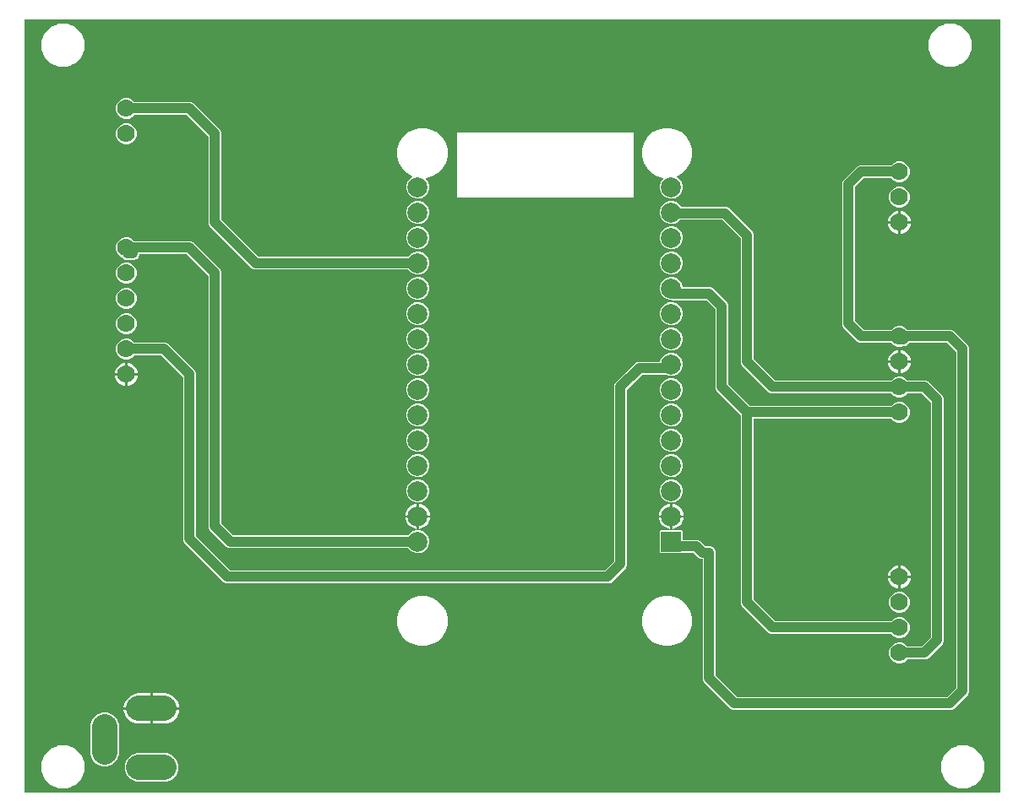
<source format=gbr>
G04 EAGLE Gerber RS-274X export*
G75*
%MOMM*%
%FSLAX34Y34*%
%LPD*%
%INBottom Copper*%
%IPPOS*%
%AMOC8*
5,1,8,0,0,1.08239X$1,22.5*%
G01*
%ADD10C,2.540000*%
%ADD11C,1.778000*%
%ADD12R,2.000000X2.000000*%
%ADD13C,2.000000*%
%ADD14C,1.000000*%

G36*
X989337Y12194D02*
X989337Y12194D01*
X989342Y12193D01*
X989435Y12214D01*
X989529Y12232D01*
X989533Y12235D01*
X989538Y12236D01*
X989616Y12292D01*
X989694Y12345D01*
X989697Y12349D01*
X989701Y12352D01*
X989752Y12434D01*
X989804Y12513D01*
X989804Y12518D01*
X989807Y12523D01*
X989839Y12700D01*
X989839Y787400D01*
X989838Y787405D01*
X989839Y787410D01*
X989818Y787503D01*
X989800Y787597D01*
X989797Y787601D01*
X989796Y787606D01*
X989740Y787684D01*
X989687Y787762D01*
X989683Y787765D01*
X989680Y787769D01*
X989598Y787820D01*
X989519Y787872D01*
X989514Y787872D01*
X989509Y787875D01*
X989332Y787907D01*
X12700Y787907D01*
X12695Y787906D01*
X12690Y787907D01*
X12597Y787886D01*
X12504Y787868D01*
X12499Y787865D01*
X12494Y787864D01*
X12416Y787808D01*
X12338Y787755D01*
X12335Y787751D01*
X12331Y787748D01*
X12280Y787666D01*
X12228Y787587D01*
X12228Y787582D01*
X12225Y787577D01*
X12193Y787400D01*
X12193Y12700D01*
X12194Y12695D01*
X12193Y12690D01*
X12214Y12597D01*
X12232Y12504D01*
X12235Y12499D01*
X12236Y12494D01*
X12292Y12416D01*
X12345Y12338D01*
X12349Y12335D01*
X12352Y12331D01*
X12434Y12280D01*
X12513Y12228D01*
X12518Y12228D01*
X12523Y12225D01*
X12700Y12193D01*
X989332Y12193D01*
X989337Y12194D01*
G37*
%LPC*%
G36*
X722602Y95075D02*
X722602Y95075D01*
X720204Y96069D01*
X718297Y97975D01*
X694875Y121397D01*
X692969Y123304D01*
X691975Y125702D01*
X691975Y246024D01*
X691974Y246029D01*
X691975Y246034D01*
X691954Y246127D01*
X691936Y246221D01*
X691933Y246225D01*
X691932Y246230D01*
X691876Y246308D01*
X691823Y246386D01*
X691819Y246389D01*
X691816Y246393D01*
X691734Y246444D01*
X691655Y246496D01*
X691650Y246496D01*
X691645Y246499D01*
X691468Y246531D01*
X690736Y246531D01*
X688338Y247525D01*
X683246Y252617D01*
X683239Y252621D01*
X683235Y252627D01*
X683156Y252676D01*
X683079Y252728D01*
X683071Y252729D01*
X683065Y252733D01*
X682887Y252765D01*
X671582Y252765D01*
X671574Y252764D01*
X671566Y252765D01*
X671477Y252744D01*
X671385Y252726D01*
X671379Y252721D01*
X671371Y252719D01*
X671223Y252617D01*
X671032Y252425D01*
X649768Y252425D01*
X648875Y253318D01*
X648875Y274582D01*
X649768Y275475D01*
X671032Y275475D01*
X671925Y274582D01*
X671925Y266322D01*
X671925Y266318D01*
X671925Y266315D01*
X671925Y266313D01*
X671925Y266312D01*
X671946Y266219D01*
X671964Y266125D01*
X671967Y266121D01*
X671968Y266116D01*
X672024Y266038D01*
X672077Y265960D01*
X672081Y265957D01*
X672084Y265953D01*
X672166Y265902D01*
X672245Y265850D01*
X672250Y265850D01*
X672255Y265847D01*
X672432Y265815D01*
X687098Y265815D01*
X689496Y264821D01*
X694588Y259729D01*
X694595Y259725D01*
X694599Y259719D01*
X694678Y259670D01*
X694755Y259618D01*
X694763Y259617D01*
X694769Y259613D01*
X694947Y259581D01*
X699798Y259581D01*
X702196Y258587D01*
X704031Y256752D01*
X705025Y254354D01*
X705025Y129913D01*
X705026Y129905D01*
X705025Y129897D01*
X705046Y129807D01*
X705064Y129716D01*
X705069Y129710D01*
X705071Y129702D01*
X705173Y129554D01*
X726454Y108273D01*
X726461Y108269D01*
X726465Y108263D01*
X726544Y108214D01*
X726621Y108162D01*
X726629Y108161D01*
X726635Y108157D01*
X726813Y108125D01*
X936887Y108125D01*
X936895Y108126D01*
X936903Y108125D01*
X936993Y108146D01*
X937084Y108164D01*
X937090Y108169D01*
X937098Y108171D01*
X937246Y108273D01*
X945827Y116854D01*
X945831Y116861D01*
X945837Y116865D01*
X945886Y116944D01*
X945938Y117021D01*
X945939Y117029D01*
X945943Y117035D01*
X945975Y117213D01*
X945975Y454287D01*
X945974Y454295D01*
X945975Y454303D01*
X945954Y454393D01*
X945936Y454484D01*
X945931Y454490D01*
X945929Y454498D01*
X945827Y454646D01*
X937246Y463227D01*
X937239Y463231D01*
X937235Y463237D01*
X937156Y463286D01*
X937079Y463338D01*
X937071Y463339D01*
X937065Y463343D01*
X936887Y463375D01*
X899201Y463375D01*
X899193Y463374D01*
X899185Y463375D01*
X899095Y463354D01*
X899004Y463336D01*
X898998Y463331D01*
X898990Y463329D01*
X898842Y463227D01*
X898040Y462425D01*
X898024Y462400D01*
X897998Y462377D01*
X897478Y461704D01*
X897166Y461526D01*
X897125Y461489D01*
X897060Y461444D01*
X896806Y461191D01*
X896021Y460865D01*
X895996Y460849D01*
X895963Y460837D01*
X895225Y460415D01*
X894869Y460369D01*
X894817Y460351D01*
X894739Y460335D01*
X894408Y460197D01*
X893558Y460197D01*
X893529Y460191D01*
X893494Y460193D01*
X892592Y460078D01*
X892588Y460079D01*
X892573Y460075D01*
X892558Y460074D01*
X892540Y460075D01*
X892488Y460057D01*
X892412Y460040D01*
X891222Y459548D01*
X891072Y459485D01*
X886928Y459485D01*
X883101Y461071D01*
X880945Y463227D01*
X880938Y463231D01*
X880934Y463237D01*
X880855Y463286D01*
X880778Y463338D01*
X880770Y463339D01*
X880763Y463343D01*
X880586Y463375D01*
X849602Y463375D01*
X847204Y464369D01*
X832669Y478904D01*
X831675Y481302D01*
X831675Y623598D01*
X832669Y625996D01*
X847204Y640531D01*
X847647Y640715D01*
X847648Y640715D01*
X848872Y641222D01*
X849602Y641525D01*
X880586Y641525D01*
X880594Y641526D01*
X880601Y641525D01*
X880691Y641546D01*
X880782Y641564D01*
X880789Y641569D01*
X880797Y641571D01*
X880945Y641673D01*
X883101Y643829D01*
X884155Y644266D01*
X885379Y644773D01*
X886604Y645280D01*
X886928Y645415D01*
X891072Y645415D01*
X894899Y643829D01*
X897829Y640899D01*
X899415Y637072D01*
X899415Y632928D01*
X897829Y629101D01*
X894899Y626171D01*
X894308Y625926D01*
X893083Y625418D01*
X891859Y624911D01*
X891858Y624911D01*
X891072Y624585D01*
X886928Y624585D01*
X883101Y626171D01*
X880945Y628327D01*
X880938Y628331D01*
X880934Y628337D01*
X880855Y628386D01*
X880778Y628438D01*
X880770Y628439D01*
X880763Y628443D01*
X880586Y628475D01*
X853813Y628475D01*
X853805Y628474D01*
X853797Y628475D01*
X853707Y628454D01*
X853616Y628436D01*
X853610Y628431D01*
X853602Y628429D01*
X853454Y628327D01*
X844873Y619746D01*
X844869Y619739D01*
X844863Y619735D01*
X844814Y619656D01*
X844762Y619579D01*
X844761Y619571D01*
X844757Y619565D01*
X844725Y619387D01*
X844725Y485513D01*
X844726Y485505D01*
X844725Y485497D01*
X844746Y485407D01*
X844764Y485316D01*
X844769Y485310D01*
X844771Y485302D01*
X844873Y485154D01*
X853454Y476573D01*
X853461Y476569D01*
X853465Y476563D01*
X853544Y476514D01*
X853621Y476462D01*
X853629Y476461D01*
X853635Y476457D01*
X853813Y476425D01*
X880586Y476425D01*
X880594Y476426D01*
X880601Y476425D01*
X880691Y476446D01*
X880782Y476464D01*
X880789Y476469D01*
X880797Y476471D01*
X880945Y476573D01*
X883101Y478729D01*
X883519Y478902D01*
X884743Y479410D01*
X885968Y479917D01*
X886928Y480315D01*
X891072Y480315D01*
X894899Y478729D01*
X897055Y476573D01*
X897062Y476569D01*
X897066Y476563D01*
X897145Y476514D01*
X897222Y476462D01*
X897230Y476461D01*
X897237Y476457D01*
X897414Y476425D01*
X941098Y476425D01*
X943496Y475431D01*
X958031Y460896D01*
X959025Y458498D01*
X959025Y113002D01*
X958031Y110604D01*
X956125Y108697D01*
X945403Y97975D01*
X943496Y96069D01*
X942967Y95849D01*
X941742Y95342D01*
X941098Y95075D01*
X722602Y95075D01*
G37*
%LPD*%
%LPC*%
G36*
X214602Y222075D02*
X214602Y222075D01*
X212204Y223069D01*
X210297Y224975D01*
X174175Y261097D01*
X172269Y263004D01*
X171275Y265402D01*
X171275Y428887D01*
X171274Y428895D01*
X171275Y428903D01*
X171254Y428993D01*
X171236Y429084D01*
X171231Y429090D01*
X171229Y429098D01*
X171127Y429246D01*
X149846Y450527D01*
X149839Y450531D01*
X149835Y450537D01*
X149756Y450586D01*
X149679Y450638D01*
X149671Y450639D01*
X149665Y450643D01*
X149487Y450675D01*
X122714Y450675D01*
X122706Y450674D01*
X122699Y450675D01*
X122609Y450654D01*
X122518Y450636D01*
X122511Y450631D01*
X122503Y450629D01*
X122355Y450527D01*
X120199Y448371D01*
X119017Y447881D01*
X117792Y447374D01*
X116568Y446866D01*
X116567Y446866D01*
X116372Y446785D01*
X112228Y446785D01*
X108401Y448371D01*
X105471Y451301D01*
X103885Y455128D01*
X103885Y459272D01*
X105471Y463099D01*
X108401Y466029D01*
X108864Y466221D01*
X110088Y466728D01*
X110089Y466728D01*
X111313Y467236D01*
X112228Y467615D01*
X116372Y467615D01*
X120199Y466029D01*
X122355Y463873D01*
X122362Y463869D01*
X122366Y463863D01*
X122445Y463814D01*
X122522Y463762D01*
X122530Y463761D01*
X122537Y463757D01*
X122714Y463725D01*
X153698Y463725D01*
X156096Y462731D01*
X183331Y435496D01*
X184325Y433098D01*
X184325Y269613D01*
X184326Y269605D01*
X184325Y269597D01*
X184346Y269507D01*
X184364Y269416D01*
X184369Y269410D01*
X184371Y269402D01*
X184473Y269254D01*
X218454Y235273D01*
X218461Y235269D01*
X218465Y235263D01*
X218544Y235214D01*
X218621Y235162D01*
X218629Y235161D01*
X218635Y235157D01*
X218813Y235125D01*
X593987Y235125D01*
X593995Y235126D01*
X594003Y235125D01*
X594093Y235146D01*
X594184Y235164D01*
X594190Y235169D01*
X594198Y235171D01*
X594346Y235273D01*
X602927Y243854D01*
X602931Y243861D01*
X602937Y243865D01*
X602986Y243944D01*
X603038Y244021D01*
X603039Y244029D01*
X603043Y244035D01*
X603075Y244213D01*
X603075Y420398D01*
X604069Y422796D01*
X624716Y443443D01*
X625823Y443902D01*
X625824Y443902D01*
X627048Y444409D01*
X627114Y444437D01*
X648700Y444437D01*
X648706Y444438D01*
X648713Y444437D01*
X648804Y444458D01*
X648896Y444476D01*
X648902Y444480D01*
X648908Y444481D01*
X648985Y444536D01*
X649062Y444589D01*
X649066Y444594D01*
X649071Y444598D01*
X649168Y444750D01*
X650630Y448278D01*
X653872Y451520D01*
X655074Y452018D01*
X656298Y452525D01*
X656299Y452525D01*
X657523Y453033D01*
X658108Y453275D01*
X662692Y453275D01*
X666928Y451520D01*
X670170Y448278D01*
X671925Y444042D01*
X671925Y439458D01*
X670170Y435222D01*
X666928Y431980D01*
X666130Y431649D01*
X666129Y431649D01*
X664905Y431142D01*
X663680Y430634D01*
X662692Y430225D01*
X658108Y430225D01*
X655395Y431349D01*
X655386Y431350D01*
X655379Y431355D01*
X655201Y431387D01*
X631325Y431387D01*
X631317Y431386D01*
X631309Y431387D01*
X631219Y431366D01*
X631128Y431348D01*
X631122Y431343D01*
X631114Y431341D01*
X630966Y431239D01*
X616273Y416546D01*
X616269Y416539D01*
X616263Y416535D01*
X616214Y416456D01*
X616162Y416379D01*
X616161Y416371D01*
X616157Y416365D01*
X616125Y416187D01*
X616125Y240002D01*
X615131Y237604D01*
X600596Y223069D01*
X599614Y222662D01*
X598390Y222155D01*
X598389Y222155D01*
X598198Y222075D01*
X214602Y222075D01*
G37*
%LPD*%
%LPC*%
G36*
X445537Y608797D02*
X445537Y608797D01*
X445447Y608887D01*
X445447Y673913D01*
X445537Y674003D01*
X622563Y674003D01*
X622653Y673913D01*
X622653Y608887D01*
X622563Y608797D01*
X445537Y608797D01*
G37*
%LPD*%
%LPC*%
G36*
X886928Y141985D02*
X886928Y141985D01*
X883101Y143571D01*
X880171Y146501D01*
X878585Y150328D01*
X878585Y154472D01*
X880171Y158299D01*
X883101Y161229D01*
X883426Y161364D01*
X884650Y161871D01*
X885875Y162378D01*
X886928Y162815D01*
X891072Y162815D01*
X894899Y161229D01*
X897055Y159073D01*
X897062Y159069D01*
X897066Y159063D01*
X897145Y159014D01*
X897222Y158962D01*
X897230Y158961D01*
X897237Y158957D01*
X897414Y158925D01*
X911487Y158925D01*
X911495Y158926D01*
X911503Y158925D01*
X911593Y158946D01*
X911684Y158964D01*
X911690Y158969D01*
X911698Y158971D01*
X911846Y159073D01*
X920427Y167654D01*
X920431Y167661D01*
X920437Y167665D01*
X920486Y167744D01*
X920538Y167821D01*
X920539Y167829D01*
X920543Y167835D01*
X920575Y168013D01*
X920575Y403487D01*
X920574Y403495D01*
X920575Y403503D01*
X920554Y403593D01*
X920536Y403684D01*
X920531Y403690D01*
X920529Y403698D01*
X920427Y403846D01*
X911846Y412427D01*
X911839Y412431D01*
X911835Y412437D01*
X911756Y412486D01*
X911679Y412538D01*
X911671Y412539D01*
X911665Y412543D01*
X911487Y412575D01*
X897414Y412575D01*
X897406Y412574D01*
X897399Y412575D01*
X897309Y412554D01*
X897218Y412536D01*
X897211Y412531D01*
X897203Y412529D01*
X897055Y412427D01*
X894899Y410271D01*
X893853Y409837D01*
X893852Y409837D01*
X892628Y409330D01*
X891403Y408823D01*
X891072Y408685D01*
X886928Y408685D01*
X883101Y410271D01*
X880945Y412427D01*
X880938Y412431D01*
X880934Y412437D01*
X880855Y412486D01*
X880778Y412538D01*
X880770Y412539D01*
X880763Y412543D01*
X880586Y412575D01*
X760702Y412575D01*
X758304Y413569D01*
X731069Y440804D01*
X730075Y443202D01*
X730075Y568461D01*
X730074Y568469D01*
X730075Y568477D01*
X730054Y568566D01*
X730036Y568658D01*
X730031Y568664D01*
X730029Y568672D01*
X729927Y568820D01*
X711934Y586813D01*
X711927Y586817D01*
X711923Y586823D01*
X711844Y586872D01*
X711767Y586924D01*
X711759Y586925D01*
X711753Y586929D01*
X711575Y586961D01*
X669720Y586961D01*
X669712Y586960D01*
X669704Y586961D01*
X669614Y586940D01*
X669523Y586922D01*
X669517Y586917D01*
X669509Y586915D01*
X669361Y586813D01*
X666928Y584380D01*
X666811Y584331D01*
X665586Y583824D01*
X664362Y583317D01*
X663137Y582809D01*
X662692Y582625D01*
X658108Y582625D01*
X653872Y584380D01*
X650630Y587622D01*
X648875Y591858D01*
X648875Y596442D01*
X650630Y600678D01*
X653872Y603920D01*
X654531Y604193D01*
X655755Y604700D01*
X656980Y605208D01*
X658108Y605675D01*
X662692Y605675D01*
X666928Y603920D01*
X670170Y600678D01*
X670317Y600324D01*
X670321Y600318D01*
X670322Y600312D01*
X670377Y600235D01*
X670429Y600157D01*
X670434Y600154D01*
X670438Y600149D01*
X670518Y600099D01*
X670596Y600047D01*
X670603Y600046D01*
X670608Y600043D01*
X670786Y600011D01*
X715786Y600011D01*
X718184Y599017D01*
X742131Y575070D01*
X743125Y572672D01*
X743125Y447413D01*
X743126Y447408D01*
X743125Y447403D01*
X743125Y447400D01*
X743125Y447397D01*
X743146Y447307D01*
X743164Y447216D01*
X743167Y447212D01*
X743168Y447207D01*
X743170Y447205D01*
X743171Y447202D01*
X743273Y447054D01*
X764554Y425773D01*
X764561Y425769D01*
X764565Y425763D01*
X764644Y425714D01*
X764721Y425662D01*
X764729Y425661D01*
X764735Y425657D01*
X764913Y425625D01*
X880586Y425625D01*
X880594Y425626D01*
X880601Y425625D01*
X880691Y425646D01*
X880782Y425664D01*
X880789Y425669D01*
X880797Y425671D01*
X880945Y425773D01*
X883101Y427929D01*
X883700Y428177D01*
X884924Y428685D01*
X886149Y429192D01*
X886928Y429515D01*
X891072Y429515D01*
X894899Y427929D01*
X897055Y425773D01*
X897062Y425769D01*
X897066Y425763D01*
X897145Y425714D01*
X897222Y425662D01*
X897230Y425661D01*
X897237Y425657D01*
X897414Y425625D01*
X915698Y425625D01*
X918096Y424631D01*
X932631Y410096D01*
X933625Y407698D01*
X933625Y163802D01*
X932631Y161404D01*
X918096Y146869D01*
X917386Y146574D01*
X916161Y146067D01*
X915698Y145875D01*
X897414Y145875D01*
X897406Y145874D01*
X897399Y145875D01*
X897309Y145854D01*
X897218Y145836D01*
X897211Y145831D01*
X897203Y145829D01*
X897055Y145727D01*
X894899Y143571D01*
X894803Y143531D01*
X893579Y143024D01*
X893578Y143024D01*
X892354Y142516D01*
X891129Y142009D01*
X891072Y141985D01*
X886928Y141985D01*
G37*
%LPD*%
%LPC*%
G36*
X886928Y167385D02*
X886928Y167385D01*
X883101Y168971D01*
X880945Y171127D01*
X880938Y171131D01*
X880934Y171137D01*
X880855Y171186D01*
X880778Y171238D01*
X880770Y171239D01*
X880763Y171243D01*
X880586Y171275D01*
X760702Y171275D01*
X758304Y172269D01*
X731069Y199504D01*
X730075Y201902D01*
X730075Y390787D01*
X730074Y390795D01*
X730075Y390803D01*
X730054Y390893D01*
X730036Y390984D01*
X730031Y390990D01*
X730029Y390998D01*
X729927Y391146D01*
X705669Y415404D01*
X704675Y417802D01*
X704675Y497205D01*
X704674Y497213D01*
X704675Y497221D01*
X704654Y497311D01*
X704636Y497402D01*
X704631Y497408D01*
X704629Y497416D01*
X704527Y497564D01*
X695946Y506145D01*
X695939Y506149D01*
X695935Y506155D01*
X695856Y506204D01*
X695779Y506256D01*
X695771Y506257D01*
X695765Y506261D01*
X695587Y506293D01*
X662690Y506293D01*
X662686Y506292D01*
X662682Y506293D01*
X661415Y506271D01*
X661361Y506281D01*
X661107Y506387D01*
X661098Y506388D01*
X661090Y506393D01*
X660913Y506425D01*
X658108Y506425D01*
X653872Y508180D01*
X650630Y511422D01*
X648875Y515658D01*
X648875Y520242D01*
X650630Y524478D01*
X653872Y527720D01*
X654802Y528106D01*
X656027Y528613D01*
X657251Y529120D01*
X657252Y529120D01*
X658108Y529475D01*
X662692Y529475D01*
X666928Y527720D01*
X670170Y524478D01*
X671925Y520242D01*
X671925Y519850D01*
X671926Y519845D01*
X671925Y519840D01*
X671946Y519747D01*
X671964Y519653D01*
X671967Y519649D01*
X671968Y519644D01*
X672024Y519566D01*
X672077Y519488D01*
X672081Y519485D01*
X672084Y519481D01*
X672166Y519430D01*
X672245Y519378D01*
X672250Y519378D01*
X672255Y519375D01*
X672432Y519343D01*
X699798Y519343D01*
X702196Y518349D01*
X716731Y503814D01*
X717725Y501416D01*
X717725Y422013D01*
X717726Y422005D01*
X717725Y421997D01*
X717746Y421907D01*
X717764Y421816D01*
X717769Y421810D01*
X717771Y421802D01*
X717873Y421654D01*
X739154Y400373D01*
X739161Y400369D01*
X739165Y400363D01*
X739244Y400314D01*
X739321Y400262D01*
X739329Y400261D01*
X739335Y400257D01*
X739513Y400225D01*
X880586Y400225D01*
X880594Y400226D01*
X880601Y400225D01*
X880691Y400246D01*
X880782Y400264D01*
X880789Y400269D01*
X880797Y400271D01*
X880945Y400373D01*
X883101Y402529D01*
X883790Y402815D01*
X885015Y403322D01*
X886239Y403829D01*
X886240Y403829D01*
X886928Y404115D01*
X891072Y404115D01*
X894899Y402529D01*
X897829Y399599D01*
X899415Y395772D01*
X899415Y391628D01*
X897829Y387801D01*
X894899Y384871D01*
X893943Y384475D01*
X892719Y383967D01*
X892718Y383967D01*
X891494Y383460D01*
X891072Y383285D01*
X886928Y383285D01*
X883101Y384871D01*
X880945Y387027D01*
X880938Y387031D01*
X880934Y387037D01*
X880855Y387086D01*
X880778Y387138D01*
X880770Y387139D01*
X880763Y387143D01*
X880586Y387175D01*
X743632Y387175D01*
X743627Y387174D01*
X743622Y387175D01*
X743529Y387154D01*
X743435Y387136D01*
X743431Y387133D01*
X743426Y387132D01*
X743348Y387076D01*
X743270Y387023D01*
X743267Y387019D01*
X743263Y387016D01*
X743212Y386934D01*
X743160Y386855D01*
X743160Y386850D01*
X743157Y386845D01*
X743125Y386668D01*
X743125Y206113D01*
X743126Y206105D01*
X743125Y206097D01*
X743146Y206007D01*
X743164Y205916D01*
X743169Y205910D01*
X743171Y205902D01*
X743273Y205754D01*
X764554Y184473D01*
X764561Y184469D01*
X764565Y184463D01*
X764644Y184414D01*
X764721Y184362D01*
X764729Y184361D01*
X764735Y184357D01*
X764913Y184325D01*
X880586Y184325D01*
X880594Y184326D01*
X880601Y184325D01*
X880691Y184346D01*
X880782Y184364D01*
X880789Y184369D01*
X880797Y184371D01*
X880945Y184473D01*
X883101Y186629D01*
X883335Y186726D01*
X884560Y187234D01*
X885784Y187741D01*
X886928Y188215D01*
X891072Y188215D01*
X894899Y186629D01*
X897829Y183699D01*
X899415Y179872D01*
X899415Y175728D01*
X897829Y171901D01*
X894899Y168971D01*
X894713Y168893D01*
X893488Y168386D01*
X892263Y167879D01*
X891072Y167385D01*
X886928Y167385D01*
G37*
%LPD*%
%LPC*%
G36*
X404108Y252425D02*
X404108Y252425D01*
X399872Y254180D01*
X396775Y257277D01*
X396768Y257281D01*
X396764Y257287D01*
X396685Y257336D01*
X396608Y257388D01*
X396600Y257389D01*
X396593Y257393D01*
X396416Y257425D01*
X217352Y257425D01*
X214954Y258419D01*
X197669Y275704D01*
X196675Y278102D01*
X196675Y530487D01*
X196674Y530495D01*
X196675Y530503D01*
X196654Y530593D01*
X196636Y530684D01*
X196631Y530690D01*
X196629Y530698D01*
X196527Y530846D01*
X175246Y552127D01*
X175239Y552131D01*
X175235Y552137D01*
X175156Y552186D01*
X175079Y552238D01*
X175071Y552239D01*
X175065Y552243D01*
X174887Y552275D01*
X128034Y552275D01*
X128029Y552274D01*
X128024Y552275D01*
X127931Y552254D01*
X127837Y552236D01*
X127833Y552233D01*
X127828Y552232D01*
X127750Y552176D01*
X127672Y552123D01*
X127669Y552119D01*
X127665Y552116D01*
X127614Y552034D01*
X127562Y551955D01*
X127562Y551950D01*
X127559Y551945D01*
X127554Y551921D01*
X126533Y549456D01*
X124698Y547621D01*
X123929Y547302D01*
X123928Y547302D01*
X122704Y546795D01*
X122300Y546627D01*
X115821Y546627D01*
X115784Y546620D01*
X115738Y546620D01*
X115031Y546503D01*
X114550Y546614D01*
X114500Y546616D01*
X114436Y546627D01*
X113942Y546627D01*
X113280Y546902D01*
X113243Y546909D01*
X113200Y546927D01*
X112502Y547089D01*
X112101Y547376D01*
X112055Y547396D01*
X112000Y547432D01*
X111544Y547621D01*
X111037Y548127D01*
X111006Y548148D01*
X110974Y548181D01*
X110390Y548598D01*
X110129Y549017D01*
X110095Y549053D01*
X110058Y549107D01*
X109826Y549339D01*
X109818Y549344D01*
X109813Y549351D01*
X109662Y549449D01*
X108401Y549971D01*
X105471Y552901D01*
X103885Y556728D01*
X103885Y560872D01*
X105471Y564699D01*
X108401Y567629D01*
X108502Y567671D01*
X109726Y568178D01*
X110951Y568686D01*
X112175Y569193D01*
X112176Y569193D01*
X112228Y569215D01*
X116372Y569215D01*
X120199Y567629D01*
X122355Y565473D01*
X122362Y565469D01*
X122366Y565463D01*
X122445Y565414D01*
X122522Y565362D01*
X122530Y565361D01*
X122537Y565357D01*
X122714Y565325D01*
X179098Y565325D01*
X181496Y564331D01*
X208731Y537096D01*
X209725Y534698D01*
X209725Y282313D01*
X209726Y282305D01*
X209725Y282297D01*
X209746Y282207D01*
X209764Y282116D01*
X209769Y282110D01*
X209771Y282102D01*
X209873Y281954D01*
X221204Y270623D01*
X221211Y270619D01*
X221215Y270613D01*
X221294Y270564D01*
X221371Y270512D01*
X221379Y270511D01*
X221385Y270507D01*
X221563Y270475D01*
X396416Y270475D01*
X396424Y270476D01*
X396432Y270475D01*
X396522Y270496D01*
X396613Y270514D01*
X396619Y270519D01*
X396627Y270521D01*
X396775Y270623D01*
X399872Y273720D01*
X400483Y273973D01*
X401707Y274481D01*
X401708Y274481D01*
X402932Y274988D01*
X404108Y275475D01*
X408692Y275475D01*
X412928Y273720D01*
X416170Y270478D01*
X417925Y266242D01*
X417925Y261658D01*
X416170Y257422D01*
X412928Y254180D01*
X412763Y254111D01*
X411539Y253604D01*
X411538Y253604D01*
X410314Y253097D01*
X409089Y252590D01*
X408692Y252425D01*
X404108Y252425D01*
G37*
%LPD*%
%LPC*%
G36*
X404108Y531825D02*
X404108Y531825D01*
X399872Y533580D01*
X396775Y536677D01*
X396768Y536681D01*
X396764Y536687D01*
X396685Y536736D01*
X396608Y536788D01*
X396600Y536789D01*
X396593Y536793D01*
X396416Y536825D01*
X242752Y536825D01*
X240354Y537819D01*
X197669Y580504D01*
X196675Y582902D01*
X196675Y670187D01*
X196674Y670195D01*
X196675Y670203D01*
X196654Y670293D01*
X196636Y670384D01*
X196631Y670390D01*
X196629Y670398D01*
X196527Y670546D01*
X175246Y691827D01*
X175239Y691831D01*
X175235Y691837D01*
X175156Y691886D01*
X175079Y691938D01*
X175071Y691939D01*
X175065Y691943D01*
X174887Y691975D01*
X122714Y691975D01*
X122706Y691974D01*
X122699Y691975D01*
X122609Y691954D01*
X122518Y691936D01*
X122511Y691931D01*
X122503Y691929D01*
X122355Y691827D01*
X120199Y689671D01*
X119381Y689332D01*
X118157Y688825D01*
X116932Y688317D01*
X116372Y688085D01*
X112228Y688085D01*
X108401Y689671D01*
X105471Y692601D01*
X103885Y696428D01*
X103885Y700572D01*
X105471Y704399D01*
X108401Y707329D01*
X109228Y707672D01*
X109229Y707672D01*
X110453Y708179D01*
X111678Y708687D01*
X112228Y708915D01*
X116372Y708915D01*
X120199Y707329D01*
X122355Y705173D01*
X122362Y705169D01*
X122366Y705163D01*
X122445Y705114D01*
X122522Y705062D01*
X122530Y705061D01*
X122537Y705057D01*
X122714Y705025D01*
X179098Y705025D01*
X181496Y704031D01*
X208731Y676796D01*
X209725Y674398D01*
X209725Y587113D01*
X209726Y587105D01*
X209725Y587097D01*
X209746Y587007D01*
X209764Y586916D01*
X209769Y586910D01*
X209771Y586902D01*
X209873Y586754D01*
X246604Y550023D01*
X246609Y550020D01*
X246612Y550016D01*
X246614Y550015D01*
X246615Y550013D01*
X246694Y549964D01*
X246771Y549912D01*
X246779Y549911D01*
X246785Y549907D01*
X246963Y549875D01*
X396416Y549875D01*
X396424Y549876D01*
X396432Y549875D01*
X396522Y549896D01*
X396613Y549914D01*
X396619Y549919D01*
X396627Y549921D01*
X396775Y550023D01*
X399872Y553120D01*
X400712Y553468D01*
X401936Y553975D01*
X403161Y554483D01*
X404108Y554875D01*
X408692Y554875D01*
X412928Y553120D01*
X416170Y549878D01*
X417925Y545642D01*
X417925Y541058D01*
X416170Y536822D01*
X412928Y533580D01*
X411767Y533099D01*
X410543Y532592D01*
X409318Y532084D01*
X408692Y531825D01*
X404108Y531825D01*
G37*
%LPD*%
%LPC*%
G36*
X404108Y608025D02*
X404108Y608025D01*
X399872Y609780D01*
X396630Y613022D01*
X394875Y617258D01*
X394875Y621842D01*
X396630Y626078D01*
X399872Y629320D01*
X400897Y629745D01*
X400956Y629784D01*
X401018Y629816D01*
X401038Y629840D01*
X401064Y629857D01*
X401102Y629915D01*
X401148Y629969D01*
X401157Y629999D01*
X401174Y630024D01*
X401187Y630093D01*
X401208Y630160D01*
X401205Y630191D01*
X401211Y630221D01*
X401196Y630290D01*
X401189Y630360D01*
X401174Y630387D01*
X401168Y630417D01*
X401128Y630475D01*
X401095Y630537D01*
X401069Y630558D01*
X401053Y630581D01*
X401009Y630609D01*
X400957Y630653D01*
X395651Y633716D01*
X390966Y638401D01*
X387654Y644138D01*
X385939Y650538D01*
X385939Y657162D01*
X387654Y663562D01*
X390966Y669299D01*
X395651Y673984D01*
X401388Y677296D01*
X407788Y679011D01*
X414412Y679011D01*
X420812Y677296D01*
X426549Y673984D01*
X431234Y669299D01*
X434546Y663562D01*
X436261Y657162D01*
X436261Y650538D01*
X434546Y644138D01*
X431234Y638401D01*
X426549Y633716D01*
X420812Y630404D01*
X414588Y628736D01*
X414555Y628720D01*
X414518Y628712D01*
X414466Y628676D01*
X414409Y628647D01*
X414384Y628619D01*
X414354Y628598D01*
X414319Y628544D01*
X414278Y628496D01*
X414266Y628460D01*
X414246Y628429D01*
X414235Y628366D01*
X414216Y628305D01*
X414219Y628268D01*
X414212Y628231D01*
X414227Y628169D01*
X414232Y628105D01*
X414249Y628072D01*
X414258Y628036D01*
X414300Y627975D01*
X414325Y627927D01*
X414344Y627912D01*
X414361Y627888D01*
X416170Y626078D01*
X417925Y621842D01*
X417925Y617258D01*
X416170Y613022D01*
X412928Y609780D01*
X412720Y609694D01*
X411496Y609186D01*
X410271Y608679D01*
X409047Y608172D01*
X409046Y608172D01*
X408692Y608025D01*
X404108Y608025D01*
G37*
%LPD*%
%LPC*%
G36*
X658108Y608025D02*
X658108Y608025D01*
X653872Y609780D01*
X650630Y613022D01*
X648875Y617258D01*
X648875Y621842D01*
X650630Y626078D01*
X652545Y627993D01*
X652566Y628024D01*
X652593Y628049D01*
X652621Y628107D01*
X652656Y628160D01*
X652663Y628197D01*
X652679Y628231D01*
X652681Y628295D01*
X652693Y628357D01*
X652686Y628394D01*
X652687Y628431D01*
X652665Y628491D01*
X652652Y628553D01*
X652631Y628584D01*
X652618Y628619D01*
X652574Y628665D01*
X652538Y628718D01*
X652506Y628738D01*
X652481Y628765D01*
X652414Y628797D01*
X652368Y628825D01*
X652344Y628830D01*
X652318Y628842D01*
X646488Y630404D01*
X640751Y633716D01*
X636066Y638401D01*
X632754Y644138D01*
X631039Y650538D01*
X631039Y657162D01*
X632754Y663562D01*
X636066Y669299D01*
X640751Y673984D01*
X646488Y677296D01*
X652888Y679011D01*
X659512Y679011D01*
X665912Y677296D01*
X671649Y673984D01*
X676334Y669299D01*
X679646Y663562D01*
X681361Y657162D01*
X681361Y650538D01*
X679646Y644138D01*
X676334Y638401D01*
X671649Y633716D01*
X666134Y630532D01*
X666082Y630486D01*
X666024Y630446D01*
X666007Y630420D01*
X665984Y630400D01*
X665953Y630337D01*
X665915Y630278D01*
X665910Y630247D01*
X665897Y630219D01*
X665893Y630149D01*
X665881Y630080D01*
X665888Y630050D01*
X665886Y630019D01*
X665910Y629953D01*
X665925Y629885D01*
X665943Y629860D01*
X665954Y629831D01*
X666001Y629779D01*
X666042Y629722D01*
X666070Y629704D01*
X666089Y629683D01*
X666136Y629662D01*
X666194Y629624D01*
X666928Y629320D01*
X670170Y626078D01*
X671925Y621842D01*
X671925Y617258D01*
X670170Y613022D01*
X666928Y609780D01*
X666720Y609694D01*
X665496Y609186D01*
X664271Y608679D01*
X663047Y608172D01*
X663046Y608172D01*
X662692Y608025D01*
X658108Y608025D01*
G37*
%LPD*%
%LPC*%
G36*
X652888Y159189D02*
X652888Y159189D01*
X646488Y160904D01*
X640751Y164216D01*
X636066Y168901D01*
X632754Y174638D01*
X631039Y181038D01*
X631039Y187662D01*
X632754Y194062D01*
X636066Y199799D01*
X640751Y204484D01*
X646488Y207796D01*
X652888Y209511D01*
X659512Y209511D01*
X665912Y207796D01*
X671649Y204484D01*
X676334Y199799D01*
X679646Y194062D01*
X681361Y187662D01*
X681361Y181038D01*
X679646Y174638D01*
X676334Y168901D01*
X671649Y164216D01*
X665912Y160904D01*
X659512Y159189D01*
X652888Y159189D01*
G37*
%LPD*%
%LPC*%
G36*
X407788Y159189D02*
X407788Y159189D01*
X401388Y160904D01*
X395651Y164216D01*
X390966Y168901D01*
X387654Y174638D01*
X385939Y181038D01*
X385939Y187662D01*
X387654Y194062D01*
X390966Y199799D01*
X395651Y204484D01*
X401388Y207796D01*
X407788Y209511D01*
X414412Y209511D01*
X420812Y207796D01*
X426549Y204484D01*
X431234Y199799D01*
X434546Y194062D01*
X436261Y187662D01*
X436261Y181038D01*
X434546Y174638D01*
X431234Y168901D01*
X426549Y164216D01*
X420812Y160904D01*
X414412Y159189D01*
X407788Y159189D01*
G37*
%LPD*%
%LPC*%
G36*
X935505Y740409D02*
X935505Y740409D01*
X927570Y743696D01*
X921496Y749770D01*
X918209Y757705D01*
X918209Y766295D01*
X921496Y774230D01*
X927570Y780304D01*
X928565Y780716D01*
X929790Y781223D01*
X931015Y781731D01*
X932239Y782238D01*
X933464Y782745D01*
X934688Y783252D01*
X934689Y783252D01*
X935505Y783591D01*
X944095Y783591D01*
X952030Y780304D01*
X958104Y774230D01*
X961391Y766295D01*
X961391Y757705D01*
X958104Y749770D01*
X952030Y743696D01*
X951816Y743608D01*
X950592Y743100D01*
X949367Y742593D01*
X948143Y742086D01*
X948142Y742086D01*
X946918Y741579D01*
X945693Y741071D01*
X944469Y740564D01*
X944095Y740409D01*
X935505Y740409D01*
G37*
%LPD*%
%LPC*%
G36*
X46505Y740409D02*
X46505Y740409D01*
X38570Y743696D01*
X32496Y749770D01*
X29209Y757705D01*
X29209Y766295D01*
X32496Y774230D01*
X38570Y780304D01*
X39565Y780716D01*
X40790Y781223D01*
X42015Y781731D01*
X43239Y782238D01*
X44464Y782745D01*
X45688Y783252D01*
X45689Y783252D01*
X46505Y783591D01*
X55095Y783591D01*
X63030Y780304D01*
X69104Y774230D01*
X72391Y766295D01*
X72391Y757705D01*
X69104Y749770D01*
X63030Y743696D01*
X62816Y743608D01*
X61592Y743100D01*
X60367Y742593D01*
X59143Y742086D01*
X59142Y742086D01*
X57918Y741579D01*
X56693Y741071D01*
X55469Y740564D01*
X55095Y740409D01*
X46505Y740409D01*
G37*
%LPD*%
%LPC*%
G36*
X46505Y16509D02*
X46505Y16509D01*
X38570Y19796D01*
X32496Y25870D01*
X29209Y33805D01*
X29209Y42395D01*
X32496Y50330D01*
X38570Y56404D01*
X39696Y56870D01*
X40921Y57378D01*
X42145Y57885D01*
X42146Y57885D01*
X43370Y58392D01*
X44595Y58899D01*
X45819Y59407D01*
X45820Y59407D01*
X46505Y59691D01*
X55095Y59691D01*
X63030Y56404D01*
X69104Y50330D01*
X72391Y42395D01*
X72391Y33805D01*
X69104Y25870D01*
X63030Y19796D01*
X62947Y19762D01*
X61723Y19255D01*
X60498Y18747D01*
X59274Y18240D01*
X59273Y18240D01*
X58049Y17733D01*
X56824Y17226D01*
X55600Y16718D01*
X55095Y16509D01*
X46505Y16509D01*
G37*
%LPD*%
%LPC*%
G36*
X948205Y16509D02*
X948205Y16509D01*
X940270Y19796D01*
X934196Y25870D01*
X930909Y33805D01*
X930909Y42395D01*
X934196Y50330D01*
X940270Y56404D01*
X941396Y56870D01*
X942621Y57378D01*
X943845Y57885D01*
X943846Y57885D01*
X945070Y58392D01*
X946295Y58899D01*
X947519Y59407D01*
X947520Y59407D01*
X948205Y59691D01*
X956795Y59691D01*
X964730Y56404D01*
X970804Y50330D01*
X974091Y42395D01*
X974091Y33805D01*
X970804Y25870D01*
X964730Y19796D01*
X964647Y19762D01*
X963423Y19255D01*
X962198Y18747D01*
X960974Y18240D01*
X960973Y18240D01*
X959749Y17733D01*
X958524Y17226D01*
X957300Y16718D01*
X956795Y16509D01*
X948205Y16509D01*
G37*
%LPD*%
%LPC*%
G36*
X89870Y38675D02*
X89870Y38675D01*
X84642Y40841D01*
X80641Y44842D01*
X78475Y50070D01*
X78475Y81130D01*
X80641Y86358D01*
X84642Y90359D01*
X85842Y90856D01*
X87067Y91363D01*
X88291Y91871D01*
X89516Y92378D01*
X89870Y92525D01*
X95530Y92525D01*
X100758Y90359D01*
X104759Y86358D01*
X106925Y81130D01*
X106925Y50070D01*
X104759Y44842D01*
X100758Y40841D01*
X100078Y40559D01*
X98853Y40052D01*
X97628Y39545D01*
X96404Y39037D01*
X95530Y38675D01*
X89870Y38675D01*
G37*
%LPD*%
%LPC*%
G36*
X124170Y23375D02*
X124170Y23375D01*
X118942Y25541D01*
X114941Y29542D01*
X112775Y34770D01*
X112775Y40430D01*
X114941Y45658D01*
X118942Y49659D01*
X119207Y49769D01*
X120432Y50276D01*
X121656Y50783D01*
X122881Y51291D01*
X124106Y51798D01*
X124170Y51825D01*
X155230Y51825D01*
X160458Y49659D01*
X164459Y45658D01*
X166625Y40430D01*
X166625Y34770D01*
X164459Y29542D01*
X160458Y25541D01*
X159977Y25342D01*
X158752Y24834D01*
X157528Y24327D01*
X156303Y23820D01*
X155230Y23375D01*
X124170Y23375D01*
G37*
%LPD*%
%LPC*%
G36*
X404108Y506425D02*
X404108Y506425D01*
X399872Y508180D01*
X396630Y511422D01*
X394875Y515658D01*
X394875Y520242D01*
X396630Y524478D01*
X399872Y527720D01*
X400802Y528106D01*
X402027Y528613D01*
X403251Y529120D01*
X403252Y529120D01*
X404108Y529475D01*
X408692Y529475D01*
X412928Y527720D01*
X416170Y524478D01*
X417925Y520242D01*
X417925Y515658D01*
X416170Y511422D01*
X412928Y508180D01*
X411858Y507736D01*
X410633Y507229D01*
X409409Y506722D01*
X408692Y506425D01*
X404108Y506425D01*
G37*
%LPD*%
%LPC*%
G36*
X404108Y354025D02*
X404108Y354025D01*
X399872Y355780D01*
X396630Y359022D01*
X394875Y363258D01*
X394875Y367842D01*
X396630Y372078D01*
X399872Y375320D01*
X400121Y375423D01*
X401345Y375931D01*
X402570Y376438D01*
X403795Y376945D01*
X404108Y377075D01*
X408692Y377075D01*
X412928Y375320D01*
X416170Y372078D01*
X417925Y367842D01*
X417925Y363258D01*
X416170Y359022D01*
X412928Y355780D01*
X412401Y355561D01*
X411176Y355054D01*
X409952Y354547D01*
X408727Y354040D01*
X408692Y354025D01*
X404108Y354025D01*
G37*
%LPD*%
%LPC*%
G36*
X658108Y354025D02*
X658108Y354025D01*
X653872Y355780D01*
X650630Y359022D01*
X648875Y363258D01*
X648875Y367842D01*
X650630Y372078D01*
X653872Y375320D01*
X654121Y375423D01*
X655345Y375931D01*
X656570Y376438D01*
X657795Y376945D01*
X658108Y377075D01*
X662692Y377075D01*
X666928Y375320D01*
X670170Y372078D01*
X671925Y367842D01*
X671925Y363258D01*
X670170Y359022D01*
X666928Y355780D01*
X666401Y355561D01*
X665176Y355054D01*
X663952Y354547D01*
X662727Y354040D01*
X662692Y354025D01*
X658108Y354025D01*
G37*
%LPD*%
%LPC*%
G36*
X658108Y379425D02*
X658108Y379425D01*
X653872Y381180D01*
X650630Y384422D01*
X648875Y388658D01*
X648875Y393242D01*
X650630Y397478D01*
X653872Y400720D01*
X654030Y400786D01*
X655255Y401293D01*
X656479Y401800D01*
X656480Y401800D01*
X657704Y402308D01*
X658108Y402475D01*
X662692Y402475D01*
X666928Y400720D01*
X670170Y397478D01*
X671925Y393242D01*
X671925Y388658D01*
X670170Y384422D01*
X666928Y381180D01*
X666311Y380924D01*
X666310Y380924D01*
X665086Y380417D01*
X663861Y379909D01*
X662692Y379425D01*
X658108Y379425D01*
G37*
%LPD*%
%LPC*%
G36*
X404108Y379425D02*
X404108Y379425D01*
X399872Y381180D01*
X396630Y384422D01*
X394875Y388658D01*
X394875Y393242D01*
X396630Y397478D01*
X399872Y400720D01*
X400030Y400786D01*
X401255Y401293D01*
X402479Y401800D01*
X402480Y401800D01*
X403704Y402308D01*
X404108Y402475D01*
X408692Y402475D01*
X412928Y400720D01*
X416170Y397478D01*
X417925Y393242D01*
X417925Y388658D01*
X416170Y384422D01*
X412928Y381180D01*
X412311Y380924D01*
X412310Y380924D01*
X411086Y380417D01*
X409861Y379909D01*
X408692Y379425D01*
X404108Y379425D01*
G37*
%LPD*%
%LPC*%
G36*
X404108Y481025D02*
X404108Y481025D01*
X399872Y482780D01*
X396630Y486022D01*
X394875Y490258D01*
X394875Y494842D01*
X396630Y499078D01*
X399872Y502320D01*
X400893Y502743D01*
X402117Y503250D01*
X403342Y503758D01*
X404108Y504075D01*
X408692Y504075D01*
X412928Y502320D01*
X416170Y499078D01*
X417925Y494842D01*
X417925Y490258D01*
X416170Y486022D01*
X412928Y482780D01*
X411948Y482374D01*
X410724Y481867D01*
X409499Y481359D01*
X408692Y481025D01*
X404108Y481025D01*
G37*
%LPD*%
%LPC*%
G36*
X658108Y481025D02*
X658108Y481025D01*
X653872Y482780D01*
X650630Y486022D01*
X648875Y490258D01*
X648875Y494842D01*
X650630Y499078D01*
X653872Y502320D01*
X654893Y502743D01*
X656117Y503250D01*
X657342Y503758D01*
X658108Y504075D01*
X662692Y504075D01*
X666928Y502320D01*
X670170Y499078D01*
X671925Y494842D01*
X671925Y490258D01*
X670170Y486022D01*
X666928Y482780D01*
X665948Y482374D01*
X664724Y481867D01*
X663499Y481359D01*
X662692Y481025D01*
X658108Y481025D01*
G37*
%LPD*%
%LPC*%
G36*
X658108Y404825D02*
X658108Y404825D01*
X653872Y406580D01*
X650630Y409822D01*
X648875Y414058D01*
X648875Y418642D01*
X650630Y422878D01*
X653872Y426120D01*
X653940Y426148D01*
X655164Y426656D01*
X656389Y427163D01*
X657613Y427670D01*
X657614Y427670D01*
X658108Y427875D01*
X662692Y427875D01*
X666928Y426120D01*
X670170Y422878D01*
X671925Y418642D01*
X671925Y414058D01*
X670170Y409822D01*
X666928Y406580D01*
X666220Y406286D01*
X664995Y405779D01*
X663771Y405272D01*
X662692Y404825D01*
X658108Y404825D01*
G37*
%LPD*%
%LPC*%
G36*
X404108Y404825D02*
X404108Y404825D01*
X399872Y406580D01*
X396630Y409822D01*
X394875Y414058D01*
X394875Y418642D01*
X396630Y422878D01*
X399872Y426120D01*
X399940Y426148D01*
X401164Y426656D01*
X402389Y427163D01*
X403613Y427670D01*
X403614Y427670D01*
X404108Y427875D01*
X408692Y427875D01*
X412928Y426120D01*
X416170Y422878D01*
X417925Y418642D01*
X417925Y414058D01*
X416170Y409822D01*
X412928Y406580D01*
X412220Y406286D01*
X410995Y405779D01*
X409771Y405272D01*
X408692Y404825D01*
X404108Y404825D01*
G37*
%LPD*%
%LPC*%
G36*
X404108Y455625D02*
X404108Y455625D01*
X399872Y457380D01*
X396630Y460622D01*
X394875Y464858D01*
X394875Y469442D01*
X396630Y473678D01*
X399872Y476920D01*
X400983Y477381D01*
X402208Y477888D01*
X403432Y478395D01*
X403433Y478395D01*
X404108Y478675D01*
X408692Y478675D01*
X412928Y476920D01*
X416170Y473678D01*
X417925Y469442D01*
X417925Y464858D01*
X416170Y460622D01*
X412928Y457380D01*
X412039Y457011D01*
X410814Y456504D01*
X409590Y455997D01*
X408692Y455625D01*
X404108Y455625D01*
G37*
%LPD*%
%LPC*%
G36*
X658108Y455625D02*
X658108Y455625D01*
X653872Y457380D01*
X650630Y460622D01*
X648875Y464858D01*
X648875Y469442D01*
X650630Y473678D01*
X653872Y476920D01*
X654983Y477381D01*
X656208Y477888D01*
X657432Y478395D01*
X657433Y478395D01*
X658108Y478675D01*
X662692Y478675D01*
X666928Y476920D01*
X670170Y473678D01*
X671925Y469442D01*
X671925Y464858D01*
X670170Y460622D01*
X666928Y457380D01*
X666039Y457011D01*
X664814Y456504D01*
X663590Y455997D01*
X662692Y455625D01*
X658108Y455625D01*
G37*
%LPD*%
%LPC*%
G36*
X658108Y531825D02*
X658108Y531825D01*
X653872Y533580D01*
X650630Y536822D01*
X648875Y541058D01*
X648875Y545642D01*
X650630Y549878D01*
X653872Y553120D01*
X654712Y553468D01*
X655936Y553975D01*
X657161Y554483D01*
X658108Y554875D01*
X662692Y554875D01*
X666928Y553120D01*
X670170Y549878D01*
X671925Y545642D01*
X671925Y541058D01*
X670170Y536822D01*
X666928Y533580D01*
X665767Y533099D01*
X664543Y532592D01*
X663318Y532084D01*
X662692Y531825D01*
X658108Y531825D01*
G37*
%LPD*%
%LPC*%
G36*
X404108Y582625D02*
X404108Y582625D01*
X399872Y584380D01*
X396630Y587622D01*
X394875Y591858D01*
X394875Y596442D01*
X396630Y600678D01*
X399872Y603920D01*
X400531Y604193D01*
X401755Y604700D01*
X402980Y605208D01*
X404108Y605675D01*
X408692Y605675D01*
X412928Y603920D01*
X416170Y600678D01*
X417925Y596442D01*
X417925Y591858D01*
X416170Y587622D01*
X412928Y584380D01*
X412811Y584331D01*
X411586Y583824D01*
X410362Y583317D01*
X409137Y582809D01*
X408692Y582625D01*
X404108Y582625D01*
G37*
%LPD*%
%LPC*%
G36*
X404108Y430225D02*
X404108Y430225D01*
X399872Y431980D01*
X396630Y435222D01*
X394875Y439458D01*
X394875Y444042D01*
X396630Y448278D01*
X399872Y451520D01*
X401074Y452018D01*
X402298Y452525D01*
X402299Y452525D01*
X403523Y453033D01*
X404108Y453275D01*
X408692Y453275D01*
X412928Y451520D01*
X416170Y448278D01*
X417925Y444042D01*
X417925Y439458D01*
X416170Y435222D01*
X412928Y431980D01*
X412130Y431649D01*
X412129Y431649D01*
X410905Y431142D01*
X409680Y430634D01*
X408692Y430225D01*
X404108Y430225D01*
G37*
%LPD*%
%LPC*%
G36*
X658108Y557225D02*
X658108Y557225D01*
X653872Y558980D01*
X650630Y562222D01*
X648875Y566458D01*
X648875Y571042D01*
X650630Y575278D01*
X653872Y578520D01*
X654621Y578831D01*
X655846Y579338D01*
X657070Y579845D01*
X658108Y580275D01*
X662692Y580275D01*
X666928Y578520D01*
X670170Y575278D01*
X671925Y571042D01*
X671925Y566458D01*
X670170Y562222D01*
X666928Y558980D01*
X666901Y558969D01*
X665677Y558461D01*
X664452Y557954D01*
X663228Y557447D01*
X663227Y557447D01*
X662692Y557225D01*
X658108Y557225D01*
G37*
%LPD*%
%LPC*%
G36*
X404108Y557225D02*
X404108Y557225D01*
X399872Y558980D01*
X396630Y562222D01*
X394875Y566458D01*
X394875Y571042D01*
X396630Y575278D01*
X399872Y578520D01*
X400621Y578831D01*
X401846Y579338D01*
X403070Y579845D01*
X404108Y580275D01*
X408692Y580275D01*
X412928Y578520D01*
X416170Y575278D01*
X417925Y571042D01*
X417925Y566458D01*
X416170Y562222D01*
X412928Y558980D01*
X412901Y558969D01*
X411677Y558461D01*
X410452Y557954D01*
X409228Y557447D01*
X409227Y557447D01*
X408692Y557225D01*
X404108Y557225D01*
G37*
%LPD*%
%LPC*%
G36*
X404108Y303225D02*
X404108Y303225D01*
X399872Y304980D01*
X396630Y308222D01*
X394875Y312458D01*
X394875Y317042D01*
X396630Y321278D01*
X399872Y324520D01*
X400302Y324698D01*
X401526Y325206D01*
X401527Y325206D01*
X402751Y325713D01*
X403976Y326220D01*
X404108Y326275D01*
X408692Y326275D01*
X412928Y324520D01*
X416170Y321278D01*
X417925Y317042D01*
X417925Y312458D01*
X416170Y308222D01*
X412928Y304980D01*
X412582Y304836D01*
X411358Y304329D01*
X411357Y304329D01*
X410133Y303822D01*
X408908Y303315D01*
X408692Y303225D01*
X404108Y303225D01*
G37*
%LPD*%
%LPC*%
G36*
X658108Y303225D02*
X658108Y303225D01*
X653872Y304980D01*
X650630Y308222D01*
X648875Y312458D01*
X648875Y317042D01*
X650630Y321278D01*
X653872Y324520D01*
X654302Y324698D01*
X655526Y325206D01*
X655527Y325206D01*
X656751Y325713D01*
X657976Y326220D01*
X658108Y326275D01*
X662692Y326275D01*
X666928Y324520D01*
X670170Y321278D01*
X671925Y317042D01*
X671925Y312458D01*
X670170Y308222D01*
X666928Y304980D01*
X666582Y304836D01*
X665358Y304329D01*
X665357Y304329D01*
X664133Y303822D01*
X662908Y303315D01*
X662692Y303225D01*
X658108Y303225D01*
G37*
%LPD*%
%LPC*%
G36*
X404108Y328625D02*
X404108Y328625D01*
X399872Y330380D01*
X396630Y333622D01*
X394875Y337858D01*
X394875Y342442D01*
X396630Y346678D01*
X399872Y349920D01*
X400211Y350061D01*
X401436Y350568D01*
X402660Y351075D01*
X402661Y351075D01*
X403885Y351583D01*
X404108Y351675D01*
X408692Y351675D01*
X412928Y349920D01*
X416170Y346678D01*
X417925Y342442D01*
X417925Y337858D01*
X416170Y333622D01*
X412928Y330380D01*
X412492Y330199D01*
X412491Y330199D01*
X411267Y329692D01*
X410042Y329184D01*
X408818Y328677D01*
X408692Y328625D01*
X404108Y328625D01*
G37*
%LPD*%
%LPC*%
G36*
X658108Y328625D02*
X658108Y328625D01*
X653872Y330380D01*
X650630Y333622D01*
X648875Y337858D01*
X648875Y342442D01*
X650630Y346678D01*
X653872Y349920D01*
X654211Y350061D01*
X655436Y350568D01*
X656660Y351075D01*
X656661Y351075D01*
X657885Y351583D01*
X658108Y351675D01*
X662692Y351675D01*
X666928Y349920D01*
X670170Y346678D01*
X671925Y342442D01*
X671925Y337858D01*
X670170Y333622D01*
X666928Y330380D01*
X666492Y330199D01*
X666491Y330199D01*
X665267Y329692D01*
X664042Y329184D01*
X662818Y328677D01*
X662692Y328625D01*
X658108Y328625D01*
G37*
%LPD*%
%LPC*%
G36*
X886928Y599185D02*
X886928Y599185D01*
X883101Y600771D01*
X880171Y603701D01*
X878585Y607528D01*
X878585Y611672D01*
X880171Y615499D01*
X883101Y618429D01*
X884245Y618903D01*
X885470Y619411D01*
X886694Y619918D01*
X886695Y619918D01*
X886928Y620015D01*
X891072Y620015D01*
X894899Y618429D01*
X897829Y615499D01*
X899415Y611672D01*
X899415Y607528D01*
X897829Y603701D01*
X894899Y600771D01*
X894398Y600563D01*
X893174Y600056D01*
X893173Y600056D01*
X891949Y599549D01*
X891072Y599185D01*
X886928Y599185D01*
G37*
%LPD*%
%LPC*%
G36*
X112228Y522985D02*
X112228Y522985D01*
X108401Y524571D01*
X105471Y527501D01*
X103885Y531328D01*
X103885Y535472D01*
X105471Y539299D01*
X108401Y542229D01*
X108592Y542309D01*
X109817Y542816D01*
X111041Y543323D01*
X111042Y543323D01*
X112228Y543815D01*
X116372Y543815D01*
X120199Y542229D01*
X123129Y539299D01*
X124715Y535472D01*
X124715Y531328D01*
X123129Y527501D01*
X120199Y524571D01*
X119970Y524476D01*
X118745Y523968D01*
X117521Y523461D01*
X117520Y523461D01*
X116372Y522985D01*
X112228Y522985D01*
G37*
%LPD*%
%LPC*%
G36*
X112228Y497585D02*
X112228Y497585D01*
X108401Y499171D01*
X105471Y502101D01*
X103885Y505928D01*
X103885Y510072D01*
X105471Y513899D01*
X108401Y516829D01*
X108683Y516946D01*
X109907Y517453D01*
X109908Y517453D01*
X111132Y517961D01*
X112228Y518415D01*
X116372Y518415D01*
X120199Y516829D01*
X123129Y513899D01*
X124715Y510072D01*
X124715Y505928D01*
X123129Y502101D01*
X120199Y499171D01*
X120060Y499113D01*
X118836Y498606D01*
X117611Y498099D01*
X116387Y497591D01*
X116386Y497591D01*
X116372Y497585D01*
X112228Y497585D01*
G37*
%LPD*%
%LPC*%
G36*
X112228Y472185D02*
X112228Y472185D01*
X108401Y473771D01*
X105471Y476701D01*
X103885Y480528D01*
X103885Y484672D01*
X105471Y488499D01*
X108401Y491429D01*
X108773Y491584D01*
X109998Y492091D01*
X111222Y492598D01*
X111223Y492598D01*
X112228Y493015D01*
X116372Y493015D01*
X120199Y491429D01*
X123129Y488499D01*
X124715Y484672D01*
X124715Y480528D01*
X123129Y476701D01*
X120199Y473771D01*
X120151Y473751D01*
X118926Y473243D01*
X117702Y472736D01*
X116477Y472229D01*
X116372Y472185D01*
X112228Y472185D01*
G37*
%LPD*%
%LPC*%
G36*
X112228Y662685D02*
X112228Y662685D01*
X108401Y664271D01*
X105471Y667201D01*
X103885Y671028D01*
X103885Y675172D01*
X105471Y678999D01*
X108401Y681929D01*
X109319Y682310D01*
X110544Y682817D01*
X111768Y683324D01*
X112228Y683515D01*
X116372Y683515D01*
X120199Y681929D01*
X123129Y678999D01*
X124715Y675172D01*
X124715Y671028D01*
X123129Y667201D01*
X120199Y664271D01*
X119472Y663969D01*
X118247Y663462D01*
X117023Y662955D01*
X116372Y662685D01*
X112228Y662685D01*
G37*
%LPD*%
%LPC*%
G36*
X886928Y192785D02*
X886928Y192785D01*
X883101Y194371D01*
X880171Y197301D01*
X878585Y201128D01*
X878585Y205272D01*
X880171Y209099D01*
X883101Y212029D01*
X883245Y212089D01*
X884469Y212596D01*
X885694Y213103D01*
X886918Y213611D01*
X886919Y213611D01*
X886928Y213615D01*
X891072Y213615D01*
X894899Y212029D01*
X897829Y209099D01*
X899415Y205272D01*
X899415Y201128D01*
X897829Y197301D01*
X894899Y194371D01*
X894622Y194256D01*
X893398Y193749D01*
X893397Y193749D01*
X892173Y193241D01*
X891072Y192785D01*
X886928Y192785D01*
G37*
%LPD*%
%LPC*%
G36*
X140715Y97615D02*
X140715Y97615D01*
X140715Y111841D01*
X153600Y111841D01*
X155969Y111465D01*
X158250Y110724D01*
X160388Y109635D01*
X162329Y108225D01*
X164025Y106529D01*
X165435Y104588D01*
X166524Y102450D01*
X167265Y100169D01*
X167641Y97800D01*
X167641Y97615D01*
X140715Y97615D01*
G37*
%LPD*%
%LPC*%
G36*
X111759Y97615D02*
X111759Y97615D01*
X111759Y97800D01*
X112135Y100169D01*
X112876Y102450D01*
X113965Y104588D01*
X115375Y106529D01*
X117071Y108225D01*
X119012Y109635D01*
X121150Y110724D01*
X123431Y111465D01*
X125800Y111841D01*
X138685Y111841D01*
X138685Y97615D01*
X111759Y97615D01*
G37*
%LPD*%
%LPC*%
G36*
X140715Y81359D02*
X140715Y81359D01*
X140715Y95585D01*
X167641Y95585D01*
X167641Y95400D01*
X167265Y93031D01*
X166524Y90750D01*
X165435Y88612D01*
X164025Y86671D01*
X162329Y84975D01*
X160388Y83565D01*
X158250Y82476D01*
X155969Y81735D01*
X153600Y81359D01*
X140715Y81359D01*
G37*
%LPD*%
%LPC*%
G36*
X125800Y81359D02*
X125800Y81359D01*
X123431Y81735D01*
X121150Y82476D01*
X119012Y83565D01*
X117071Y84975D01*
X115375Y86671D01*
X113965Y88612D01*
X112876Y90750D01*
X112135Y93031D01*
X111759Y95400D01*
X111759Y95585D01*
X138685Y95585D01*
X138685Y81359D01*
X125800Y81359D01*
G37*
%LPD*%
%LPC*%
G36*
X407415Y290365D02*
X407415Y290365D01*
X407415Y301886D01*
X409337Y301582D01*
X411214Y300972D01*
X412973Y300076D01*
X414570Y298916D01*
X415966Y297520D01*
X417126Y295923D01*
X418022Y294164D01*
X418632Y292287D01*
X418936Y290365D01*
X407415Y290365D01*
G37*
%LPD*%
%LPC*%
G36*
X661415Y290365D02*
X661415Y290365D01*
X661415Y301886D01*
X663337Y301582D01*
X665214Y300972D01*
X666973Y300076D01*
X668570Y298916D01*
X669966Y297520D01*
X671126Y295923D01*
X672022Y294164D01*
X672632Y292287D01*
X672936Y290365D01*
X661415Y290365D01*
G37*
%LPD*%
%LPC*%
G36*
X393864Y290365D02*
X393864Y290365D01*
X394168Y292287D01*
X394778Y294164D01*
X395674Y295923D01*
X396834Y297520D01*
X398230Y298916D01*
X399827Y300076D01*
X401586Y300972D01*
X403463Y301582D01*
X405385Y301886D01*
X405385Y290365D01*
X393864Y290365D01*
G37*
%LPD*%
%LPC*%
G36*
X647864Y290365D02*
X647864Y290365D01*
X648168Y292287D01*
X648778Y294164D01*
X649674Y295923D01*
X650834Y297520D01*
X652230Y298916D01*
X653827Y300076D01*
X655586Y300972D01*
X657463Y301582D01*
X659385Y301886D01*
X659385Y290365D01*
X647864Y290365D01*
G37*
%LPD*%
%LPC*%
G36*
X407415Y288335D02*
X407415Y288335D01*
X418936Y288335D01*
X418632Y286413D01*
X418022Y284536D01*
X417126Y282777D01*
X415966Y281180D01*
X414570Y279784D01*
X412973Y278624D01*
X411214Y277728D01*
X409337Y277118D01*
X407415Y276814D01*
X407415Y288335D01*
G37*
%LPD*%
%LPC*%
G36*
X661415Y288335D02*
X661415Y288335D01*
X672936Y288335D01*
X672632Y286413D01*
X672022Y284536D01*
X671126Y282777D01*
X669966Y281180D01*
X668570Y279784D01*
X666973Y278624D01*
X665214Y277728D01*
X663337Y277118D01*
X661415Y276814D01*
X661415Y288335D01*
G37*
%LPD*%
%LPC*%
G36*
X403463Y277118D02*
X403463Y277118D01*
X401586Y277728D01*
X399827Y278624D01*
X398230Y279784D01*
X396834Y281180D01*
X395674Y282777D01*
X394778Y284536D01*
X394168Y286413D01*
X393864Y288335D01*
X405385Y288335D01*
X405385Y276814D01*
X403463Y277118D01*
G37*
%LPD*%
%LPC*%
G36*
X657463Y277118D02*
X657463Y277118D01*
X655586Y277728D01*
X653827Y278624D01*
X652230Y279784D01*
X650834Y281180D01*
X649674Y282777D01*
X648778Y284536D01*
X648168Y286413D01*
X647864Y288335D01*
X659385Y288335D01*
X659385Y276814D01*
X657463Y277118D01*
G37*
%LPD*%
%LPC*%
G36*
X890015Y585215D02*
X890015Y585215D01*
X890015Y595612D01*
X891677Y595349D01*
X893388Y594793D01*
X894991Y593976D01*
X896447Y592919D01*
X897719Y591647D01*
X898776Y590191D01*
X899593Y588588D01*
X900149Y586877D01*
X900412Y585215D01*
X890015Y585215D01*
G37*
%LPD*%
%LPC*%
G36*
X890015Y229615D02*
X890015Y229615D01*
X890015Y240012D01*
X891677Y239749D01*
X893388Y239193D01*
X894991Y238376D01*
X896447Y237319D01*
X897719Y236047D01*
X898776Y234591D01*
X899593Y232988D01*
X900149Y231277D01*
X900412Y229615D01*
X890015Y229615D01*
G37*
%LPD*%
%LPC*%
G36*
X890015Y445515D02*
X890015Y445515D01*
X890015Y455912D01*
X891677Y455649D01*
X893388Y455093D01*
X894991Y454276D01*
X896447Y453219D01*
X897719Y451947D01*
X898776Y450491D01*
X899593Y448888D01*
X900149Y447177D01*
X900412Y445515D01*
X890015Y445515D01*
G37*
%LPD*%
%LPC*%
G36*
X115315Y432815D02*
X115315Y432815D01*
X115315Y443212D01*
X116977Y442949D01*
X118688Y442393D01*
X120291Y441576D01*
X121747Y440519D01*
X123019Y439247D01*
X124076Y437791D01*
X124893Y436188D01*
X125449Y434477D01*
X125712Y432815D01*
X115315Y432815D01*
G37*
%LPD*%
%LPC*%
G36*
X877588Y585215D02*
X877588Y585215D01*
X877851Y586877D01*
X878407Y588588D01*
X879224Y590191D01*
X880281Y591647D01*
X881553Y592919D01*
X883009Y593976D01*
X884612Y594793D01*
X886323Y595349D01*
X887985Y595612D01*
X887985Y585215D01*
X877588Y585215D01*
G37*
%LPD*%
%LPC*%
G36*
X877588Y445515D02*
X877588Y445515D01*
X877851Y447177D01*
X878407Y448888D01*
X879224Y450491D01*
X880281Y451947D01*
X881553Y453219D01*
X883009Y454276D01*
X884612Y455093D01*
X886323Y455649D01*
X887985Y455912D01*
X887985Y445515D01*
X877588Y445515D01*
G37*
%LPD*%
%LPC*%
G36*
X877588Y229615D02*
X877588Y229615D01*
X877851Y231277D01*
X878407Y232988D01*
X879224Y234591D01*
X880281Y236047D01*
X881553Y237319D01*
X883009Y238376D01*
X884612Y239193D01*
X886323Y239749D01*
X887985Y240012D01*
X887985Y229615D01*
X877588Y229615D01*
G37*
%LPD*%
%LPC*%
G36*
X890015Y227585D02*
X890015Y227585D01*
X900412Y227585D01*
X900149Y225923D01*
X899593Y224212D01*
X898776Y222609D01*
X897719Y221153D01*
X896447Y219881D01*
X894991Y218824D01*
X893388Y218007D01*
X891677Y217451D01*
X890015Y217188D01*
X890015Y227585D01*
G37*
%LPD*%
%LPC*%
G36*
X890015Y443485D02*
X890015Y443485D01*
X900412Y443485D01*
X900149Y441823D01*
X899593Y440112D01*
X898776Y438509D01*
X897719Y437053D01*
X896447Y435781D01*
X894991Y434724D01*
X893388Y433907D01*
X891677Y433351D01*
X890015Y433088D01*
X890015Y443485D01*
G37*
%LPD*%
%LPC*%
G36*
X890015Y583185D02*
X890015Y583185D01*
X900412Y583185D01*
X900149Y581523D01*
X899593Y579812D01*
X898776Y578209D01*
X897719Y576753D01*
X896447Y575481D01*
X894991Y574424D01*
X893388Y573607D01*
X891677Y573051D01*
X890015Y572788D01*
X890015Y583185D01*
G37*
%LPD*%
%LPC*%
G36*
X102888Y432815D02*
X102888Y432815D01*
X103151Y434477D01*
X103707Y436188D01*
X104524Y437791D01*
X105581Y439247D01*
X106853Y440519D01*
X108309Y441576D01*
X109912Y442393D01*
X111623Y442949D01*
X113285Y443212D01*
X113285Y432815D01*
X102888Y432815D01*
G37*
%LPD*%
%LPC*%
G36*
X115315Y430785D02*
X115315Y430785D01*
X125712Y430785D01*
X125449Y429123D01*
X124893Y427412D01*
X124076Y425809D01*
X123019Y424353D01*
X121747Y423081D01*
X120291Y422024D01*
X118688Y421207D01*
X116977Y420651D01*
X115315Y420388D01*
X115315Y430785D01*
G37*
%LPD*%
%LPC*%
G36*
X886323Y217451D02*
X886323Y217451D01*
X884612Y218007D01*
X883009Y218824D01*
X881553Y219881D01*
X880281Y221153D01*
X879224Y222609D01*
X878407Y224212D01*
X877851Y225923D01*
X877588Y227585D01*
X887985Y227585D01*
X887985Y217188D01*
X886323Y217451D01*
G37*
%LPD*%
%LPC*%
G36*
X886323Y433351D02*
X886323Y433351D01*
X884612Y433907D01*
X883009Y434724D01*
X881553Y435781D01*
X880281Y437053D01*
X879224Y438509D01*
X878407Y440112D01*
X877851Y441823D01*
X877588Y443485D01*
X887985Y443485D01*
X887985Y433088D01*
X886323Y433351D01*
G37*
%LPD*%
%LPC*%
G36*
X111623Y420651D02*
X111623Y420651D01*
X109912Y421207D01*
X108309Y422024D01*
X106853Y423081D01*
X105581Y424353D01*
X104524Y425809D01*
X103707Y427412D01*
X103151Y429123D01*
X102888Y430785D01*
X113285Y430785D01*
X113285Y420388D01*
X111623Y420651D01*
G37*
%LPD*%
%LPC*%
G36*
X886323Y573051D02*
X886323Y573051D01*
X884612Y573607D01*
X883009Y574424D01*
X881553Y575481D01*
X880281Y576753D01*
X879224Y578209D01*
X878407Y579812D01*
X877851Y581523D01*
X877588Y583185D01*
X887985Y583185D01*
X887985Y572788D01*
X886323Y573051D01*
G37*
%LPD*%
%LPC*%
G36*
X114299Y431799D02*
X114299Y431799D01*
X114299Y431801D01*
X114301Y431801D01*
X114301Y431799D01*
X114299Y431799D01*
G37*
%LPD*%
%LPC*%
G36*
X406399Y289349D02*
X406399Y289349D01*
X406399Y289351D01*
X406401Y289351D01*
X406401Y289349D01*
X406399Y289349D01*
G37*
%LPD*%
%LPC*%
G36*
X660399Y289349D02*
X660399Y289349D01*
X660399Y289351D01*
X660401Y289351D01*
X660401Y289349D01*
X660399Y289349D01*
G37*
%LPD*%
%LPC*%
G36*
X888999Y228599D02*
X888999Y228599D01*
X888999Y228601D01*
X889001Y228601D01*
X889001Y228599D01*
X888999Y228599D01*
G37*
%LPD*%
%LPC*%
G36*
X888999Y444499D02*
X888999Y444499D01*
X888999Y444501D01*
X889001Y444501D01*
X889001Y444499D01*
X888999Y444499D01*
G37*
%LPD*%
%LPC*%
G36*
X139699Y96599D02*
X139699Y96599D01*
X139699Y96601D01*
X139701Y96601D01*
X139701Y96599D01*
X139699Y96599D01*
G37*
%LPD*%
%LPC*%
G36*
X888999Y584199D02*
X888999Y584199D01*
X888999Y584201D01*
X889001Y584201D01*
X889001Y584199D01*
X888999Y584199D01*
G37*
%LPD*%
D10*
X152400Y37600D02*
X127000Y37600D01*
X127000Y96600D02*
X152400Y96600D01*
X92700Y78300D02*
X92700Y52900D01*
D11*
X114300Y482600D03*
X114300Y457200D03*
X114300Y431800D03*
X114300Y508000D03*
X114300Y533400D03*
X114300Y558800D03*
X889000Y177800D03*
X889000Y203200D03*
X889000Y228600D03*
X889000Y152400D03*
X889000Y419100D03*
X889000Y444500D03*
X889000Y469900D03*
X889000Y393700D03*
X889000Y584200D03*
X889000Y609600D03*
X889000Y635000D03*
X114300Y698500D03*
X114300Y673100D03*
D12*
X660400Y263950D03*
D13*
X660400Y289350D03*
X660400Y314750D03*
X660400Y340150D03*
X660400Y365550D03*
X660400Y390950D03*
X660400Y416350D03*
X660400Y441750D03*
X660400Y467150D03*
X660400Y492550D03*
X660400Y517950D03*
X660400Y543350D03*
X660400Y568750D03*
X660400Y594150D03*
X660400Y619550D03*
X406400Y263950D03*
X406400Y289350D03*
X406400Y314750D03*
X406400Y340150D03*
X406400Y365550D03*
X406400Y390950D03*
X406400Y416350D03*
X406400Y441750D03*
X406400Y467150D03*
X406400Y492550D03*
X406400Y517950D03*
X406400Y543350D03*
X406400Y568750D03*
X406400Y594150D03*
X406400Y619550D03*
D14*
X121002Y553152D02*
X115240Y553152D01*
X114300Y558800D01*
X403340Y265052D02*
X406400Y263950D01*
X218650Y263950D01*
X203200Y279400D01*
X203200Y533400D02*
X177800Y558800D01*
X120888Y558800D01*
X115240Y553152D01*
X203200Y533400D02*
X203200Y279400D01*
X662630Y259290D02*
X685800Y259290D01*
X889000Y469900D02*
X893110Y466722D01*
X662630Y261720D02*
X660400Y263950D01*
X662630Y261720D02*
X662630Y259290D01*
X692034Y253056D02*
X698500Y253056D01*
X692034Y253056D02*
X685800Y259290D01*
X698500Y253056D02*
X698500Y127000D01*
X723900Y101600D01*
X939800Y101600D02*
X952500Y114300D01*
X952500Y457200D01*
X939800Y469900D01*
X896288Y469900D01*
X893110Y466722D01*
X939800Y101600D02*
X723900Y101600D01*
X850900Y469900D02*
X889000Y469900D01*
X850900Y469900D02*
X838200Y482600D01*
X838200Y622300D01*
X850900Y635000D01*
X889000Y635000D01*
X662630Y593486D02*
X660400Y594150D01*
X662630Y593486D02*
X714488Y593486D01*
X736600Y444500D02*
X762000Y419100D01*
X889000Y419100D01*
X736600Y571374D02*
X714488Y593486D01*
X736600Y571374D02*
X736600Y444500D01*
X889000Y419100D02*
X914400Y419100D01*
X927100Y406400D01*
X927100Y165100D01*
X914400Y152400D02*
X889000Y152400D01*
X914400Y152400D02*
X927100Y165100D01*
X698500Y512818D02*
X662630Y512818D01*
X660400Y517950D01*
X698500Y512818D02*
X711200Y500118D01*
X736600Y393700D02*
X889000Y393700D01*
X711200Y419100D02*
X711200Y500118D01*
X711200Y419100D02*
X736600Y393700D01*
X736600Y203200D01*
X762000Y177800D01*
X889000Y177800D01*
X656868Y437912D02*
X660400Y441750D01*
X152400Y457200D02*
X114300Y457200D01*
X152400Y457200D02*
X177800Y431800D01*
X596900Y228600D02*
X609600Y241300D01*
X609600Y419100D01*
X628412Y437912D02*
X656868Y437912D01*
X215900Y228600D02*
X177800Y266700D01*
X215900Y228600D02*
X596900Y228600D01*
X609600Y419100D02*
X628412Y437912D01*
X177800Y431800D02*
X177800Y266700D01*
X177800Y698500D02*
X114300Y698500D01*
X203200Y673100D02*
X203200Y584200D01*
X244050Y543350D02*
X406400Y543350D01*
X203200Y673100D02*
X177800Y698500D01*
X203200Y584200D02*
X244050Y543350D01*
M02*

</source>
